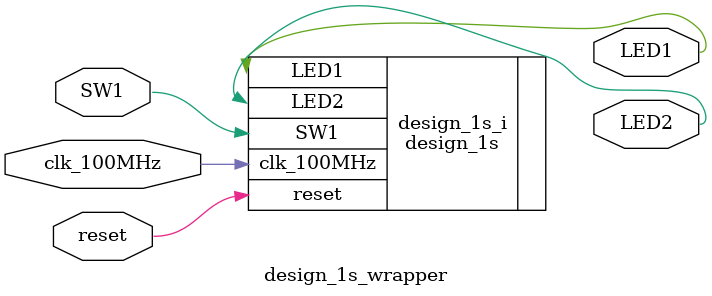
<source format=v>
`timescale 1 ps / 1 ps

module design_1s_wrapper
   (LED1,
    LED2,
    SW1,
    clk_100MHz,
    reset);
  output LED1;
  output LED2;
  input SW1;
  input clk_100MHz;
  input reset;

  wire LED1;
  wire LED2;
  wire SW1;
  wire clk_100MHz;
  wire reset;

  design_1s design_1s_i
       (.LED1(LED1),
        .LED2(LED2),
        .SW1(SW1),
        .clk_100MHz(clk_100MHz),
        .reset(reset));
endmodule

</source>
